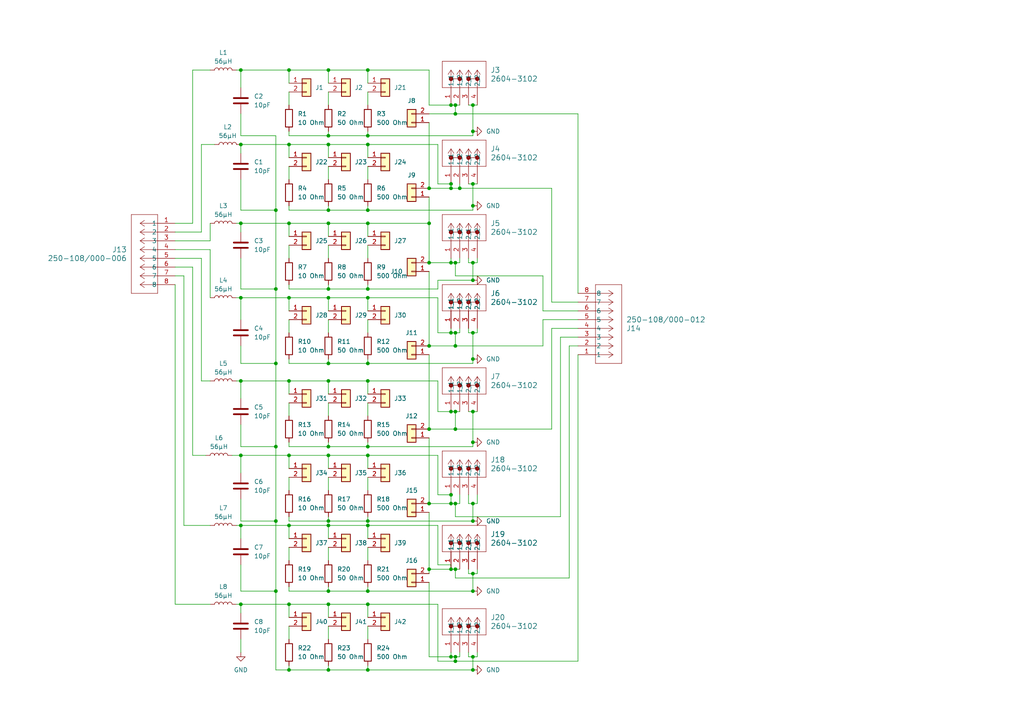
<source format=kicad_sch>
(kicad_sch (version 20250114) (generator "eeschema") (generator_version "9.0")
  (paper "A4")
  (junction (at 130.81 190.5))
  (junction (at 80.01 83.82))
  (junction (at 130.81 165.1))
  (junction (at 106.68 60.96))
  (junction (at 95.25 64.77))
  (junction (at 106.68 105.41))
  (junction (at 69.85 110.49))
  (junction (at 80.01 171.45))
  (junction (at 83.82 20.32))
  (junction (at 69.85 41.91))
  (junction (at 83.82 152.4))
  (junction (at 95.25 60.96))
  (junction (at 69.85 86.36))
  (junction (at 106.68 129.54))
  (junction (at 95.25 41.91))
  (junction (at 106.68 39.37))
  (junction (at 124.46 146.05))
  (junction (at 132.08 96.52))
  (junction (at 137.16 81.28))
  (junction (at 95.25 194.31))
  (junction (at 95.25 105.41))
  (junction (at 69.85 64.77))
  (junction (at 95.25 86.36))
  (junction (at 106.68 175.26))
  (junction (at 132.08 191.77))
  (junction (at 124.46 165.1))
  (junction (at 137.16 190.5))
  (junction (at 95.25 152.4))
  (junction (at 137.16 104.14))
  (junction (at 137.16 119.38))
  (junction (at 130.81 146.05))
  (junction (at 130.81 96.52))
  (junction (at 95.25 151.13))
  (junction (at 137.16 171.45))
  (junction (at 95.25 83.82))
  (junction (at 137.16 194.31))
  (junction (at 137.16 38.1))
  (junction (at 69.85 20.32))
  (junction (at 106.68 41.91))
  (junction (at 80.01 151.13))
  (junction (at 106.68 64.77))
  (junction (at 95.25 39.37))
  (junction (at 95.25 132.08))
  (junction (at 106.68 86.36))
  (junction (at 83.82 86.36))
  (junction (at 95.25 129.54))
  (junction (at 132.08 124.46))
  (junction (at 130.81 119.38))
  (junction (at 83.82 110.49))
  (junction (at 69.85 132.08))
  (junction (at 124.46 76.2))
  (junction (at 95.25 171.45))
  (junction (at 130.81 143.51))
  (junction (at 124.46 64.77))
  (junction (at 132.08 30.48))
  (junction (at 132.08 165.1))
  (junction (at 130.81 30.48))
  (junction (at 137.16 128.27))
  (junction (at 132.08 119.38))
  (junction (at 106.68 110.49))
  (junction (at 137.16 166.37))
  (junction (at 106.68 171.45))
  (junction (at 80.01 129.54))
  (junction (at 130.81 76.2))
  (junction (at 130.81 54.61))
  (junction (at 106.68 20.32))
  (junction (at 132.08 100.33))
  (junction (at 137.16 30.48))
  (junction (at 137.16 96.52))
  (junction (at 80.01 105.41))
  (junction (at 132.08 33.02))
  (junction (at 83.82 132.08))
  (junction (at 83.82 64.77))
  (junction (at 132.08 190.5))
  (junction (at 106.68 151.13))
  (junction (at 95.25 20.32))
  (junction (at 95.25 175.26))
  (junction (at 124.46 100.33))
  (junction (at 132.08 76.2))
  (junction (at 132.08 146.05))
  (junction (at 106.68 83.82))
  (junction (at 95.25 110.49))
  (junction (at 130.81 53.34))
  (junction (at 69.85 152.4))
  (junction (at 124.46 124.46))
  (junction (at 83.82 175.26))
  (junction (at 137.16 146.05))
  (junction (at 83.82 194.31))
  (junction (at 80.01 60.96))
  (junction (at 106.68 152.4))
  (junction (at 124.46 54.61))
  (junction (at 137.16 53.34))
  (junction (at 137.16 76.2))
  (junction (at 69.85 175.26))
  (junction (at 137.16 151.13))
  (junction (at 83.82 41.91))
  (junction (at 133.35 54.61))
  (junction (at 106.68 194.31))
  (junction (at 106.68 132.08))
  (junction (at 137.16 59.69))
  (wire (pts (xy 106.68 92.71) (xy 106.68 96.52)))
  (wire (pts (xy 60.96 72.39) (xy 60.96 86.36)))
  (wire (pts (xy 95.25 110.49) (xy 95.25 114.3)))
  (wire (pts (xy 157.48 80.01) (xy 157.48 90.17)))
  (wire (pts (xy 137.16 104.14) (xy 137.16 96.52)))
  (wire (pts (xy 68.58 20.32) (xy 69.85 20.32)))
  (wire (pts (xy 83.82 138.43) (xy 83.82 142.24)))
  (wire (pts (xy 106.68 60.96) (xy 137.16 60.96)))
  (wire (pts (xy 127 175.26) (xy 127 191.77)))
  (wire (pts (xy 95.25 60.96) (xy 106.68 60.96)))
  (wire (pts (xy 95.25 152.4) (xy 95.25 156.21)))
  (wire (pts (xy 83.82 158.75) (xy 83.82 162.56)))
  (wire (pts (xy 80.01 129.54) (xy 80.01 151.13)))
  (wire (pts (xy 130.81 76.2) (xy 132.08 76.2)))
  (wire (pts (xy 132.08 96.52) (xy 133.35 96.52)))
  (wire (pts (xy 83.82 60.96) (xy 95.25 60.96)))
  (wire (pts (xy 157.48 100.33) (xy 157.48 92.71)))
  (wire (pts (xy 138.43 166.37) (xy 137.16 166.37)))
  (wire (pts (xy 127 119.38) (xy 130.81 119.38)))
  (wire (pts (xy 137.16 59.69) (xy 137.16 60.96)))
  (wire (pts (xy 130.81 190.5) (xy 130.81 189.23)))
  (wire (pts (xy 53.34 152.4) (xy 60.96 152.4)))
  (wire (pts (xy 135.89 189.23) (xy 135.89 190.5)))
  (wire (pts (xy 83.82 92.71) (xy 83.82 96.52)))
  (wire (pts (xy 69.85 171.45) (xy 69.85 163.83)))
  (wire (pts (xy 50.8 80.01) (xy 53.34 80.01)))
  (wire (pts (xy 130.81 96.52) (xy 132.08 96.52)))
  (wire (pts (xy 68.58 86.36) (xy 69.85 86.36)))
  (wire (pts (xy 106.68 129.54) (xy 137.16 129.54)))
  (wire (pts (xy 162.56 149.86) (xy 162.56 97.79)))
  (wire (pts (xy 130.81 163.83) (xy 130.81 165.1)))
  (wire (pts (xy 127 132.08) (xy 127 143.51)))
  (wire (pts (xy 83.82 64.77) (xy 95.25 64.77)))
  (wire (pts (xy 124.46 35.56) (xy 124.46 54.61)))
  (wire (pts (xy 137.16 128.27) (xy 137.16 129.54)))
  (wire (pts (xy 157.48 90.17) (xy 167.64 90.17)))
  (wire (pts (xy 132.08 165.1) (xy 133.35 165.1)))
  (wire (pts (xy 80.01 151.13) (xy 80.01 171.45)))
  (wire (pts (xy 137.16 119.38) (xy 137.16 128.27)))
  (wire (pts (xy 58.42 74.93) (xy 58.42 110.49)))
  (wire (pts (xy 132.08 165.1) (xy 132.08 167.64)))
  (wire (pts (xy 138.43 30.48) (xy 137.16 30.48)))
  (wire (pts (xy 130.81 30.48) (xy 132.08 30.48)))
  (wire (pts (xy 137.16 53.34) (xy 137.16 59.69)))
  (wire (pts (xy 58.42 110.49) (xy 60.96 110.49)))
  (wire (pts (xy 95.25 20.32) (xy 95.25 24.13)))
  (wire (pts (xy 124.46 165.1) (xy 130.81 165.1)))
  (wire (pts (xy 95.25 171.45) (xy 106.68 171.45)))
  (wire (pts (xy 83.82 152.4) (xy 83.82 156.21)))
  (wire (pts (xy 132.08 119.38) (xy 133.35 119.38)))
  (wire (pts (xy 132.08 191.77) (xy 167.64 191.77)))
  (wire (pts (xy 83.82 175.26) (xy 83.82 179.07)))
  (wire (pts (xy 124.46 76.2) (xy 130.81 76.2)))
  (wire (pts (xy 106.68 110.49) (xy 127 110.49)))
  (wire (pts (xy 132.08 191.77) (xy 132.08 190.5)))
  (wire (pts (xy 124.46 33.02) (xy 132.08 33.02)))
  (wire (pts (xy 95.25 104.14) (xy 95.25 105.41)))
  (wire (pts (xy 95.25 128.27) (xy 95.25 129.54)))
  (wire (pts (xy 69.85 83.82) (xy 80.01 83.82)))
  (wire (pts (xy 69.85 110.49) (xy 83.82 110.49)))
  (wire (pts (xy 83.82 104.14) (xy 83.82 105.41)))
  (wire (pts (xy 58.42 67.31) (xy 50.8 67.31)))
  (wire (pts (xy 69.85 171.45) (xy 80.01 171.45)))
  (wire (pts (xy 69.85 105.41) (xy 80.01 105.41)))
  (wire (pts (xy 69.85 20.32) (xy 83.82 20.32)))
  (wire (pts (xy 69.85 151.13) (xy 69.85 144.78)))
  (wire (pts (xy 83.82 152.4) (xy 95.25 152.4)))
  (wire (pts (xy 130.81 146.05) (xy 130.81 143.51)))
  (wire (pts (xy 83.82 110.49) (xy 95.25 110.49)))
  (wire (pts (xy 138.43 96.52) (xy 137.16 96.52)))
  (wire (pts (xy 83.82 38.1) (xy 83.82 39.37)))
  (wire (pts (xy 157.48 92.71) (xy 167.64 92.71)))
  (wire (pts (xy 69.85 175.26) (xy 83.82 175.26)))
  (wire (pts (xy 165.1 100.33) (xy 167.64 100.33)))
  (wire (pts (xy 95.25 152.4) (xy 106.68 152.4)))
  (wire (pts (xy 67.31 132.08) (xy 69.85 132.08)))
  (wire (pts (xy 80.01 60.96) (xy 80.01 83.82)))
  (wire (pts (xy 95.25 105.41) (xy 106.68 105.41)))
  (wire (pts (xy 127 96.52) (xy 130.81 96.52)))
  (wire (pts (xy 106.68 152.4) (xy 127 152.4)))
  (wire (pts (xy 83.82 39.37) (xy 95.25 39.37)))
  (wire (pts (xy 95.25 194.31) (xy 106.68 194.31)))
  (wire (pts (xy 106.68 128.27) (xy 106.68 129.54)))
  (wire (pts (xy 137.16 190.5) (xy 135.89 190.5)))
  (wire (pts (xy 132.08 190.5) (xy 133.35 190.5)))
  (wire (pts (xy 95.25 158.75) (xy 95.25 162.56)))
  (wire (pts (xy 106.68 86.36) (xy 106.68 90.17)))
  (wire (pts (xy 95.25 86.36) (xy 106.68 86.36)))
  (wire (pts (xy 137.16 194.31) (xy 137.16 190.5)))
  (wire (pts (xy 95.25 110.49) (xy 106.68 110.49)))
  (wire (pts (xy 106.68 138.43) (xy 106.68 142.24)))
  (wire (pts (xy 106.68 116.84) (xy 106.68 120.65)))
  (wire (pts (xy 106.68 20.32) (xy 106.68 24.13)))
  (wire (pts (xy 69.85 41.91) (xy 83.82 41.91)))
  (wire (pts (xy 106.68 171.45) (xy 137.16 171.45)))
  (wire (pts (xy 137.16 105.41) (xy 137.16 104.14)))
  (wire (pts (xy 50.8 74.93) (xy 58.42 74.93)))
  (wire (pts (xy 83.82 170.18) (xy 83.82 171.45)))
  (wire (pts (xy 95.25 59.69) (xy 95.25 60.96)))
  (wire (pts (xy 135.89 76.2) (xy 135.89 74.93)))
  (wire (pts (xy 69.85 110.49) (xy 69.85 115.57)))
  (wire (pts (xy 162.56 97.79) (xy 167.64 97.79)))
  (wire (pts (xy 95.25 138.43) (xy 95.25 142.24)))
  (wire (pts (xy 137.16 166.37) (xy 137.16 171.45)))
  (wire (pts (xy 83.82 86.36) (xy 83.82 90.17)))
  (wire (pts (xy 69.85 105.41) (xy 69.85 100.33)))
  (wire (pts (xy 132.08 119.38) (xy 132.08 124.46)))
  (wire (pts (xy 83.82 132.08) (xy 95.25 132.08)))
  (wire (pts (xy 160.02 54.61) (xy 160.02 87.63)))
  (wire (pts (xy 50.8 72.39) (xy 60.96 72.39)))
  (wire (pts (xy 106.68 59.69) (xy 106.68 60.96)))
  (wire (pts (xy 69.85 20.32) (xy 69.85 25.4)))
  (wire (pts (xy 83.82 181.61) (xy 83.82 185.42)))
  (wire (pts (xy 95.25 132.08) (xy 106.68 132.08)))
  (wire (pts (xy 83.82 26.67) (xy 83.82 30.48)))
  (wire (pts (xy 83.82 194.31) (xy 95.25 194.31)))
  (wire (pts (xy 83.82 48.26) (xy 83.82 52.07)))
  (wire (pts (xy 106.68 152.4) (xy 106.68 156.21)))
  (wire (pts (xy 124.46 20.32) (xy 124.46 30.48)))
  (wire (pts (xy 124.46 146.05) (xy 130.81 146.05)))
  (wire (pts (xy 95.25 20.32) (xy 106.68 20.32)))
  (wire (pts (xy 95.25 64.77) (xy 106.68 64.77)))
  (wire (pts (xy 138.43 165.1) (xy 138.43 166.37)))
  (wire (pts (xy 106.68 170.18) (xy 106.68 171.45)))
  (wire (pts (xy 132.08 80.01) (xy 157.48 80.01)))
  (wire (pts (xy 106.68 132.08) (xy 127 132.08)))
  (wire (pts (xy 137.16 38.1) (xy 137.16 39.37)))
  (wire (pts (xy 127 143.51) (xy 130.81 143.51)))
  (wire (pts (xy 135.89 165.1) (xy 135.89 166.37)))
  (wire (pts (xy 95.25 86.36) (xy 95.25 90.17)))
  (wire (pts (xy 106.68 41.91) (xy 106.68 45.72)))
  (wire (pts (xy 138.43 95.25) (xy 138.43 96.52)))
  (wire (pts (xy 133.35 74.93) (xy 133.35 76.2)))
  (wire (pts (xy 132.08 149.86) (xy 162.56 149.86)))
  (wire (pts (xy 68.58 110.49) (xy 69.85 110.49)))
  (wire (pts (xy 83.82 20.32) (xy 95.25 20.32)))
  (wire (pts (xy 137.16 146.05) (xy 135.89 146.05)))
  (wire (pts (xy 95.25 38.1) (xy 95.25 39.37)))
  (wire (pts (xy 137.16 119.38) (xy 135.89 119.38)))
  (wire (pts (xy 127 152.4) (xy 127 163.83)))
  (wire (pts (xy 106.68 64.77) (xy 124.46 64.77)))
  (wire (pts (xy 124.46 78.74) (xy 124.46 100.33)))
  (wire (pts (xy 133.35 189.23) (xy 133.35 190.5)))
  (wire (pts (xy 106.68 105.41) (xy 137.16 105.41)))
  (wire (pts (xy 127 163.83) (xy 130.81 163.83)))
  (wire (pts (xy 83.82 171.45) (xy 95.25 171.45)))
  (wire (pts (xy 106.68 181.61) (xy 106.68 185.42)))
  (wire (pts (xy 132.08 76.2) (xy 133.35 76.2)))
  (wire (pts (xy 69.85 41.91) (xy 69.85 44.45)))
  (wire (pts (xy 138.43 143.51) (xy 138.43 146.05)))
  (wire (pts (xy 83.82 41.91) (xy 95.25 41.91)))
  (wire (pts (xy 95.25 64.77) (xy 95.25 68.58)))
  (wire (pts (xy 106.68 71.12) (xy 106.68 74.93)))
  (wire (pts (xy 69.85 175.26) (xy 69.85 177.8)))
  (wire (pts (xy 95.25 26.67) (xy 95.25 30.48)))
  (wire (pts (xy 130.81 119.38) (xy 132.08 119.38)))
  (wire (pts (xy 95.25 193.04) (xy 95.25 194.31)))
  (wire (pts (xy 69.85 60.96) (xy 69.85 52.07)))
  (wire (pts (xy 58.42 41.91) (xy 58.42 67.31)))
  (wire (pts (xy 50.8 82.55) (xy 50.8 175.26)))
  (wire (pts (xy 106.68 110.49) (xy 106.68 114.3)))
  (wire (pts (xy 83.82 86.36) (xy 95.25 86.36)))
  (wire (pts (xy 50.8 175.26) (xy 60.96 175.26)))
  (wire (pts (xy 132.08 146.05) (xy 132.08 149.86)))
  (wire (pts (xy 95.25 83.82) (xy 106.68 83.82)))
  (wire (pts (xy 165.1 167.64) (xy 165.1 100.33)))
  (wire (pts (xy 106.68 104.14) (xy 106.68 105.41)))
  (wire (pts (xy 95.25 39.37) (xy 106.68 39.37)))
  (wire (pts (xy 83.82 193.04) (xy 83.82 194.31)))
  (wire (pts (xy 83.82 151.13) (xy 95.25 151.13)))
  (wire (pts (xy 132.08 146.05) (xy 133.35 146.05)))
  (wire (pts (xy 132.08 96.52) (xy 132.08 100.33)))
  (wire (pts (xy 69.85 83.82) (xy 69.85 74.93)))
  (wire (pts (xy 80.01 194.31) (xy 83.82 194.31)))
  (wire (pts (xy 106.68 83.82) (xy 127 83.82)))
  (wire (pts (xy 83.82 64.77) (xy 83.82 68.58)))
  (wire (pts (xy 137.16 146.05) (xy 137.16 151.13)))
  (wire (pts (xy 160.02 124.46) (xy 160.02 95.25)))
  (wire (pts (xy 83.82 149.86) (xy 83.82 151.13)))
  (wire (pts (xy 127 81.28) (xy 137.16 81.28)))
  (wire (pts (xy 55.88 132.08) (xy 59.69 132.08)))
  (wire (pts (xy 106.68 26.67) (xy 106.68 30.48)))
  (wire (pts (xy 124.46 30.48) (xy 130.81 30.48)))
  (wire (pts (xy 124.46 124.46) (xy 132.08 124.46)))
  (wire (pts (xy 106.68 194.31) (xy 137.16 194.31)))
  (wire (pts (xy 69.85 123.19) (xy 69.85 129.54)))
  (wire (pts (xy 106.68 86.36) (xy 127 86.36)))
  (wire (pts (xy 80.01 39.37) (xy 80.01 60.96)))
  (wire (pts (xy 60.96 69.85) (xy 50.8 69.85)))
  (wire (pts (xy 106.68 175.26) (xy 127 175.26)))
  (wire (pts (xy 106.68 20.32) (xy 124.46 20.32)))
  (wire (pts (xy 106.68 151.13) (xy 137.16 151.13)))
  (wire (pts (xy 132.08 100.33) (xy 157.48 100.33)))
  (wire (pts (xy 137.16 146.05) (xy 138.43 146.05)))
  (wire (pts (xy 132.08 165.1) (xy 130.81 165.1)))
  (wire (pts (xy 106.68 41.91) (xy 127 41.91)))
  (wire (pts (xy 95.25 129.54) (xy 106.68 129.54)))
  (wire (pts (xy 83.82 116.84) (xy 83.82 120.65)))
  (wire (pts (xy 133.35 143.51) (xy 133.35 146.05)))
  (wire (pts (xy 106.68 64.77) (xy 106.68 68.58)))
  (wire (pts (xy 69.85 39.37) (xy 80.01 39.37)))
  (wire (pts (xy 83.82 59.69) (xy 83.82 60.96)))
  (wire (pts (xy 130.81 95.25) (xy 130.81 96.52)))
  (wire (pts (xy 83.82 132.08) (xy 83.82 135.89)))
  (wire (pts (xy 83.82 129.54) (xy 95.25 129.54)))
  (wire (pts (xy 69.85 151.13) (xy 80.01 151.13)))
  (wire (pts (xy 68.58 175.26) (xy 69.85 175.26)))
  (wire (pts (xy 130.81 54.61) (xy 133.35 54.61)))
  (wire (pts (xy 83.82 71.12) (xy 83.82 74.93)))
  (wire (pts (xy 60.96 64.77) (xy 60.96 69.85)))
  (wire (pts (xy 132.08 167.64) (xy 165.1 167.64)))
  (wire (pts (xy 106.68 175.26) (xy 106.68 179.07)))
  (wire (pts (xy 95.25 82.55) (xy 95.25 83.82)))
  (wire (pts (xy 50.8 77.47) (xy 55.88 77.47)))
  (wire (pts (xy 80.01 83.82) (xy 80.01 105.41)))
  (wire (pts (xy 137.16 81.28) (xy 137.16 76.2)))
  (wire (pts (xy 69.85 64.77) (xy 83.82 64.77)))
  (wire (pts (xy 68.58 152.4) (xy 69.85 152.4)))
  (wire (pts (xy 127 191.77) (xy 132.08 191.77)))
  (wire (pts (xy 130.81 74.93) (xy 130.81 76.2)))
  (wire (pts (xy 132.08 33.02) (xy 167.64 33.02)))
  (wire (pts (xy 106.68 39.37) (xy 137.16 39.37)))
  (wire (pts (xy 124.46 54.61) (xy 130.81 54.61)))
  (wire (pts (xy 95.25 170.18) (xy 95.25 171.45)))
  (wire (pts (xy 95.25 181.61) (xy 95.25 185.42)))
  (wire (pts (xy 95.25 132.08) (xy 95.25 135.89)))
  (wire (pts (xy 133.35 53.34) (xy 133.35 54.61)))
  (wire (pts (xy 137.16 30.48) (xy 137.16 38.1)))
  (wire (pts (xy 133.35 54.61) (xy 160.02 54.61)))
  (wire (pts (xy 124.46 57.15) (xy 124.46 64.77)))
  (wire (pts (xy 137.16 166.37) (xy 135.89 166.37)))
  (wire (pts (xy 132.08 190.5) (xy 130.81 190.5)))
  (wire (pts (xy 138.43 189.23) (xy 138.43 190.5)))
  (wire (pts (xy 83.82 175.26) (xy 95.25 175.26)))
  (wire (pts (xy 69.85 152.4) (xy 69.85 156.21)))
  (wire (pts (xy 58.42 41.91) (xy 62.23 41.91)))
  (wire (pts (xy 124.46 168.91) (xy 124.46 190.5)))
  (wire (pts (xy 127 53.34) (xy 130.81 53.34)))
  (wire (pts (xy 83.82 105.41) (xy 95.25 105.41)))
  (wire (pts (xy 132.08 76.2) (xy 132.08 80.01)))
  (wire (pts (xy 69.85 152.4) (xy 83.82 152.4)))
  (wire (pts (xy 124.46 148.59) (xy 124.46 165.1)))
  (wire (pts (xy 69.85 189.23) (xy 69.85 185.42)))
  (wire (pts (xy 69.85 86.36) (xy 83.82 86.36)))
  (wire (pts (xy 106.68 48.26) (xy 106.68 52.07)))
  (wire (pts (xy 138.43 74.93) (xy 138.43 76.2)))
  (wire (pts (xy 95.25 92.71) (xy 95.25 96.52)))
  (wire (pts (xy 137.16 76.2) (xy 138.43 76.2)))
  (wire (pts (xy 80.01 171.45) (xy 80.01 194.31)))
  (wire (pts (xy 95.25 116.84) (xy 95.25 120.65)))
  (wire (pts (xy 127 83.82) (xy 127 81.28)))
  (wire (pts (xy 95.25 41.91) (xy 106.68 41.91)))
  (wire (pts (xy 95.25 71.12) (xy 95.25 74.93)))
  (wire (pts (xy 80.01 105.41) (xy 80.01 129.54)))
  (wire (pts (xy 133.35 30.48) (xy 132.08 30.48)))
  (wire (pts (xy 55.88 64.77) (xy 55.88 20.32)))
  (wire (pts (xy 167.64 33.02) (xy 167.64 85.09)))
  (wire (pts (xy 55.88 77.47) (xy 55.88 132.08)))
  (wire (pts (xy 69.85 60.96) (xy 80.01 60.96)))
  (wire (pts (xy 69.85 39.37) (xy 69.85 33.02)))
  (wire (pts (xy 135.89 96.52) (xy 135.89 95.25)))
  (wire (pts (xy 55.88 20.32) (xy 60.96 20.32)))
  (wire (pts (xy 137.16 119.38) (xy 138.43 119.38)))
  (wire (pts (xy 137.16 53.34) (xy 138.43 53.34)))
  (wire (pts (xy 127 41.91) (xy 127 53.34)))
  (wire (pts (xy 69.85 64.77) (xy 69.85 67.31)))
  (wire (pts (xy 106.68 82.55) (xy 106.68 83.82)))
  (wire (pts (xy 130.81 146.05) (xy 132.08 146.05)))
  (wire (pts (xy 124.46 165.1) (xy 124.46 166.37)))
  (wire (pts (xy 83.82 41.91) (xy 83.82 45.72)))
  (wire (pts (xy 95.25 149.86) (xy 95.25 151.13)))
  (wire (pts (xy 106.68 193.04) (xy 106.68 194.31)))
  (wire (pts (xy 127 86.36) (xy 127 96.52)))
  (wire (pts (xy 137.16 76.2) (xy 135.89 76.2)))
  (wire (pts (xy 106.68 132.08) (xy 106.68 135.89)))
  (wire (pts (xy 130.81 54.61) (xy 130.81 53.34)))
  (wire (pts (xy 83.82 110.49) (xy 83.82 114.3)))
  (wire (pts (xy 106.68 38.1) (xy 106.68 39.37)))
  (wire (pts (xy 95.25 175.26) (xy 106.68 175.26)))
  (wire (pts (xy 124.46 127) (xy 124.46 146.05)))
  (wire (pts (xy 124.46 190.5) (xy 130.81 190.5)))
  (wire (pts (xy 127 110.49) (xy 127 119.38)))
  (wire (pts (xy 124.46 100.33) (xy 132.08 100.33)))
  (wire (pts (xy 68.58 64.77) (xy 69.85 64.77)))
  (wire (pts (xy 95.25 151.13) (xy 106.68 151.13)))
  (wire (pts (xy 137.16 30.48) (xy 135.89 30.48)))
  (wire (pts (xy 95.25 175.26) (xy 95.25 179.07)))
  (wire (pts (xy 160.02 95.25) (xy 167.64 95.25)))
  (wire (pts (xy 135.89 53.34) (xy 137.16 53.34)))
  (wire (pts (xy 133.35 95.25) (xy 133.35 96.52)))
  (wire (pts (xy 124.46 64.77) (xy 124.46 76.2)))
  (wire (pts (xy 135.89 143.51) (xy 135.89 146.05)))
  (wire (pts (xy 83.82 20.32) (xy 83.82 24.13)))
  (wire (pts (xy 83.82 83.82) (xy 95.25 83.82)))
  (wire (pts (xy 106.68 149.86) (xy 106.68 151.13)))
  (wire (pts (xy 95.25 41.91) (xy 95.25 45.72)))
  (wire (pts (xy 160.02 87.63) (xy 167.64 87.63)))
  (wire (pts (xy 53.34 80.01) (xy 53.34 152.4)))
  (wire (pts (xy 167.64 191.77) (xy 167.64 102.87)))
  (wire (pts (xy 69.85 86.36) (xy 69.85 92.71)))
  (wire (pts (xy 50.8 64.77) (xy 55.88 64.77)))
  (wire (pts (xy 137.16 96.52) (xy 135.89 96.52)))
  (wire (pts (xy 69.85 132.08) (xy 83.82 132.08)))
  (wire (pts (xy 124.46 102.87) (xy 124.46 124.46)))
  (wire (pts (xy 69.85 132.08) (xy 69.85 137.16)))
  (wire (pts (xy 95.25 48.26) (xy 95.25 52.07)))
  (wire (pts (xy 132.08 30.48) (xy 132.08 33.02)))
  (wire (pts (xy 106.68 158.75) (xy 106.68 162.56)))
  (wire (pts (xy 132.08 124.46) (xy 160.02 124.46)))
  (wire (pts (xy 137.16 190.5) (xy 138.43 190.5)))
  (wire (pts (xy 80.01 129.54) (xy 69.85 129.54)))
  (wire (pts (xy 83.82 82.55) (xy 83.82 83.82)))
  (wire (pts (xy 83.82 128.27) (xy 83.82 129.54)))
  (symbol (lib_id "Device:R") (at 106.68 189.23 0) (unit 1)
    (property "Reference" "R24" (at 109.22 187.9599 0) (effects (justify left)))
    (property "Value" "500 Ohm" (at 109.22 190.4999 0) (effects (justify left)))
    (property "Footprint" "Resistor_THT:R_Axial_DIN0309_L9.0mm_D3.2mm_P5.08mm_Vertical" (effects (hide yes)))
    (property "Description" "Resistor" (effects (hide yes)))
  )
  (symbol (lib_id "power:GND") (at 137.16 128.27 90) (unit 1)
    (property "Reference" "#PWR06" (effects (hide yes)))
    (property "Value" "GND" (at 140.97 128.2699 90) (effects (justify right)))
    (property "Description" "Power symbol creates a global label with name \"GND\" , ground" (effects (hide yes)))
  )
  (symbol (lib_id "Device:R") (at 106.68 146.05 0) (unit 1)
    (property "Reference" "R18" (at 109.22 144.7799 0) (effects (justify left)))
    (property "Value" "500 Ohm" (at 109.22 147.3199 0) (effects (justify left)))
    (property "Footprint" "Resistor_THT:R_Axial_DIN0309_L9.0mm_D3.2mm_P5.08mm_Vertical" (effects (hide yes)))
    (property "Description" "Resistor" (effects (hide yes)))
  )
  (symbol (lib_id "Connector_Generic:Conn_01x02") (at 88.9 179.07 0) (unit 1)
    (property "Reference" "J40" (at 91.44 180.3399 0) (effects (justify left)))
    (property "Value" "Conn_01x02" (effects (hide yes)))
    (property "Footprint" "Connector_PinHeader_2.54mm:PinHeader_1x02_P2.54mm_Vertical" (effects (hide yes)))
    (property "Description" "Generic connector, single row, 01x02, script generated (kicad-library-utils/schlib/autogen/connector/)" (effects (hide yes)))
  )
  (symbol (lib_id "Connector_Generic:Conn_01x02") (at 119.38 57.15 180) (unit 1)
    (property "Reference" "J9" (at 119.38 50.8 0))
    (property "Value" "Conn_01x02" (effects (hide yes)))
    (property "Footprint" "Connector_PinHeader_2.54mm:PinHeader_1x02_P2.54mm_Vertical" (effects (hide yes)))
    (property "Description" "Generic connector, single row, 01x02, script generated (kicad-library-utils/schlib/autogen/connector/)" (effects (hide yes)))
  )
  (symbol (lib_id "Device:R") (at 106.68 100.33 0) (unit 1)
    (property "Reference" "R12" (at 109.22 99.0599 0) (effects (justify left)))
    (property "Value" "500 Ohm" (at 109.22 101.5999 0) (effects (justify left)))
    (property "Footprint" "Resistor_THT:R_Axial_DIN0309_L9.0mm_D3.2mm_P5.08mm_Vertical" (effects (hide yes)))
    (property "Description" "Resistor" (effects (hide yes)))
  )
  (symbol (lib_id "Connector_Generic:Conn_01x02") (at 88.9 24.13 0) (unit 1)
    (property "Reference" "J1" (at 91.44 25.3999 0) (effects (justify left)))
    (property "Value" "Conn_01x02" (effects (hide yes)))
    (property "Footprint" "Connector_PinHeader_2.54mm:PinHeader_1x02_P2.54mm_Vertical" (effects (hide yes)))
    (property "Description" "Generic connector, single row, 01x02, script generated (kicad-library-utils/schlib/autogen/connector/)" (effects (hide yes)))
  )
  (symbol (lib_id "Device:R") (at 95.25 189.23 0) (unit 1)
    (property "Reference" "R23" (at 97.79 187.9599 0) (effects (justify left)))
    (property "Value" "50 Ohm" (at 97.79 190.4999 0) (effects (justify left)))
    (property "Footprint" "Resistor_THT:R_Axial_Power_L20.0mm_W6.4mm_P25.40mm" (effects (hide yes)))
    (property "Description" "Resistor" (effects (hide yes)))
  )
  (symbol (lib_id "Device:R") (at 83.82 78.74 0) (unit 1)
    (property "Reference" "R7" (at 86.36 77.4699 0) (effects (justify left)))
    (property "Value" "10 Ohm" (at 86.36 80.0099 0) (effects (justify left)))
    (property "Footprint" "Resistor_THT:R_Axial_Power_L38.0mm_W9.0mm_P40.64mm" (effects (hide yes)))
    (property "Description" "Resistor" (effects (hide yes)))
  )
  (symbol (lib_id "power:GND") (at 137.16 171.45 90) (unit 1)
    (property "Reference" "#PWR08" (effects (hide yes)))
    (property "Value" "GND" (at 140.97 171.4499 90) (effects (justify right)))
    (property "Description" "Power symbol creates a global label with name \"GND\" , ground" (effects (hide yes)))
  )
  (symbol (lib_id "Connector_Generic:Conn_01x02") (at 100.33 90.17 0) (unit 1)
    (property "Reference" "J29" (at 102.87 91.4399 0) (effects (justify left)))
    (property "Value" "Conn_01x02" (effects (hide yes)))
    (property "Footprint" "Connector_PinHeader_2.54mm:PinHeader_1x02_P2.54mm_Vertical" (effects (hide yes)))
    (property "Description" "Generic connector, single row, 01x02, script generated (kicad-library-utils/schlib/autogen/connector/)" (effects (hide yes)))
  )
  (symbol (lib_id "Device:R") (at 106.68 34.29 0) (unit 1)
    (property "Reference" "R3" (at 109.22 33.0199 0) (effects (justify left)))
    (property "Value" "500 Ohm" (at 109.22 35.5599 0) (effects (justify left)))
    (property "Footprint" "Resistor_THT:R_Axial_DIN0309_L9.0mm_D3.2mm_P5.08mm_Vertical" (effects (hide yes)))
    (property "Description" "Resistor" (effects (hide yes)))
  )
  (symbol (lib_id "Device:L") (at 64.77 110.49 90) (unit 1)
    (property "Reference" "L5" (at 64.77 105.41 90))
    (property "Value" "56μH" (at 64.77 107.95 90))
    (property "Footprint" "Inductor_SMD:L_0805_2012Metric" (effects (hide yes)))
    (property "Description" "Inductor" (effects (hide yes)))
  )
  (symbol (lib_id "Connector_Generic:Conn_01x02") (at 88.9 114.3 0) (unit 1)
    (property "Reference" "J31" (at 91.44 115.5699 0) (effects (justify left)))
    (property "Value" "Conn_01x02" (effects (hide yes)))
    (property "Footprint" "Connector_PinHeader_2.54mm:PinHeader_1x02_P2.54mm_Vertical" (effects (hide yes)))
    (property "Description" "Generic connector, single row, 01x02, script generated (kicad-library-utils/schlib/autogen/connector/)" (effects (hide yes)))
  )
  (symbol (lib_id "Connector_Generic:Conn_01x02") (at 100.33 45.72 0) (unit 1)
    (property "Reference" "J23" (at 102.87 46.9899 0) (effects (justify left)))
    (property "Value" "Conn_01x02" (effects (hide yes)))
    (property "Footprint" "Connector_PinHeader_2.54mm:PinHeader_1x02_P2.54mm_Vertical" (effects (hide yes)))
    (property "Description" "Generic connector, single row, 01x02, script generated (kicad-library-utils/schlib/autogen/connector/)" (effects (hide yes)))
  )
  (symbol (lib_id "Connector_Generic:Conn_01x02") (at 88.9 135.89 0) (unit 1)
    (property "Reference" "J34" (at 91.44 137.1599 0) (effects (justify left)))
    (property "Value" "Conn_01x02" (effects (hide yes)))
    (property "Footprint" "Connector_PinHeader_2.54mm:PinHeader_1x02_P2.54mm_Vertical" (effects (hide yes)))
    (property "Description" "Generic connector, single row, 01x02, script generated (kicad-library-utils/schlib/autogen/connector/)" (effects (hide yes)))
  )
  (symbol (lib_id "Connector_Generic:Conn_01x02") (at 88.9 156.21 0) (unit 1)
    (property "Reference" "J37" (at 91.44 157.4799 0) (effects (justify left)))
    (property "Value" "Conn_01x02" (effects (hide yes)))
    (property "Footprint" "Connector_PinHeader_2.54mm:PinHeader_1x02_P2.54mm_Vertical" (effects (hide yes)))
    (property "Description" "Generic connector, single row, 01x02, script generated (kicad-library-utils/schlib/autogen/connector/)" (effects (hide yes)))
  )
  (symbol (lib_id "Device:C") (at 69.85 160.02 0) (unit 1)
    (property "Reference" "C7" (at 73.66 158.7499 0) (effects (justify left)))
    (property "Value" "10pF" (at 73.66 161.2899 0) (effects (justify left)))
    (property "Footprint" "Capacitor_SMD:C_0805_2012Metric" (effects (hide yes)))
    (property "Description" "Unpolarized capacitor" (effects (hide yes)))
  )
  (symbol (lib_id "Device:R") (at 83.82 124.46 0) (unit 1)
    (property "Reference" "R13" (at 86.36 123.1899 0) (effects (justify left)))
    (property "Value" "10 Ohm" (at 86.36 125.7299 0) (effects (justify left)))
    (property "Footprint" "Resistor_THT:R_Axial_Power_L38.0mm_W9.0mm_P40.64mm" (effects (hide yes)))
    (property "Description" "Resistor" (effects (hide yes)))
  )
  (symbol (lib_id "Connector_Generic:Conn_01x02") (at 100.33 114.3 0) (unit 1)
    (property "Reference" "J32" (at 102.87 115.5699 0) (effects (justify left)))
    (property "Value" "Conn_01x02" (effects (hide yes)))
    (property "Footprint" "Connector_PinHeader_2.54mm:PinHeader_1x02_P2.54mm_Vertical" (effects (hide yes)))
    (property "Description" "Generic connector, single row, 01x02, script generated (kicad-library-utils/schlib/autogen/connector/)" (effects (hide yes)))
  )
  (symbol (lib_id "Device:R") (at 83.82 146.05 0) (unit 1)
    (property "Reference" "R16" (at 86.36 144.7799 0) (effects (justify left)))
    (property "Value" "10 Ohm" (at 86.36 147.3199 0) (effects (justify left)))
    (property "Footprint" "Resistor_THT:R_Axial_Power_L38.0mm_W9.0mm_P40.64mm" (effects (hide yes)))
    (property "Description" "Resistor" (effects (hide yes)))
  )
  (symbol (lib_id "Connector_Generic:Conn_01x02") (at 100.33 68.58 0) (unit 1)
    (property "Reference" "J26" (at 102.87 69.8499 0) (effects (justify left)))
    (property "Value" "Conn_01x02" (effects (hide yes)))
    (property "Footprint" "Connector_PinHeader_2.54mm:PinHeader_1x02_P2.54mm_Vertical" (effects (hide yes)))
    (property "Description" "Generic connector, single row, 01x02, script generated (kicad-library-utils/schlib/autogen/connector/)" (effects (hide yes)))
  )
  (symbol (lib_id "Device:R") (at 95.25 34.29 0) (unit 1)
    (property "Reference" "R2" (at 97.79 33.0199 0) (effects (justify left)))
    (property "Value" "50 Ohm" (at 97.79 35.5599 0) (effects (justify left)))
    (property "Footprint" "Resistor_THT:R_Axial_Power_L20.0mm_W6.4mm_P25.40mm" (effects (hide yes)))
    (property "Description" "Resistor" (effects (hide yes)))
  )
  (symbol (lib_id "power:GND") (at 69.85 189.23 0) (unit 1)
    (property "Reference" "#PWR01" (effects (hide yes)))
    (property "Value" "GND" (at 69.85 194.31 0))
    (property "Description" "Power symbol creates a global label with name \"GND\" , ground" (effects (hide yes)))
  )
  (symbol (lib_id "Connector_Generic:Conn_01x02") (at 100.33 179.07 0) (unit 1)
    (property "Reference" "J41" (at 102.87 180.3399 0) (effects (justify left)))
    (property "Value" "Conn_01x02" (effects (hide yes)))
    (property "Footprint" "Connector_PinHeader_2.54mm:PinHeader_1x02_P2.54mm_Vertical" (effects (hide yes)))
    (property "Description" "Generic connector, single row, 01x02, script generated (kicad-library-utils/schlib/autogen/connector/)" (effects (hide yes)))
  )
  (symbol (lib_id "Connector_Generic:Conn_01x02") (at 88.9 90.17 0) (unit 1)
    (property "Reference" "J28" (at 91.44 91.4399 0) (effects (justify left)))
    (property "Value" "Conn_01x02" (effects (hide yes)))
    (property "Footprint" "Connector_PinHeader_2.54mm:PinHeader_1x02_P2.54mm_Vertical" (effects (hide yes)))
    (property "Description" "Generic connector, single row, 01x02, script generated (kicad-library-utils/schlib/autogen/connector/)" (effects (hide yes)))
  )
  (symbol (lib_id "power:GND") (at 137.16 81.28 90) (unit 1)
    (property "Reference" "#PWR04" (effects (hide yes)))
    (property "Value" "GND" (at 140.97 81.2799 90) (effects (justify right)))
    (property "Description" "Power symbol creates a global label with name \"GND\" , ground" (effects (hide yes)))
  )
  (symbol (lib_id "Device:R") (at 106.68 124.46 0) (unit 1)
    (property "Reference" "R15" (at 109.22 123.1899 0) (effects (justify left)))
    (property "Value" "500 Ohm" (at 109.22 125.7299 0) (effects (justify left)))
    (property "Footprint" "Resistor_THT:R_Axial_DIN0309_L9.0mm_D3.2mm_P5.08mm_Vertical" (effects (hide yes)))
    (property "Description" "Resistor" (effects (hide yes)))
  )
  (symbol (lib_id "CONN2:2604-3102") (at 130.81 189.23 90) (unit 1)
    (property "Reference" "J20" (at 142.24 179.0699 90) (effects (font (size 1.524 1.524)) (justify right)))
    (property "Value" "2604-3102" (at 142.24 181.6099 90) (effects (font (size 1.524 1.524)) (justify right)))
    (property "Footprint" "Wago - 2604-3302_2_pole_connector:CONN2_2604-3302_WAG" (effects (hide yes)))
    (property "Datasheet" "2604-3102" (effects (hide yes)))
  )
  (symbol (lib_id "Device:L") (at 64.77 20.32 90) (unit 1)
    (property "Reference" "L1" (at 64.77 15.24 90))
    (property "Value" "56μH" (at 64.77 17.78 90))
    (property "Footprint" "Inductor_SMD:L_0805_2012Metric" (effects (hide yes)))
    (property "Description" "Inductor" (effects (hide yes)))
  )
  (symbol (lib_id "Device:L") (at 64.77 86.36 90) (unit 1)
    (property "Reference" "L4" (at 64.77 81.28 90))
    (property "Value" "56μH" (at 64.77 83.82 90))
    (property "Footprint" "Inductor_SMD:L_0805_2012Metric" (effects (hide yes)))
    (property "Description" "Inductor" (effects (hide yes)))
  )
  (symbol (lib_id "power:GND") (at 137.16 194.31 90) (unit 1)
    (property "Reference" "#PWR09" (effects (hide yes)))
    (property "Value" "GND" (at 140.97 194.3099 90) (effects (justify right)))
    (property "Description" "Power symbol creates a global label with name \"GND\" , ground" (effects (hide yes)))
  )
  (symbol (lib_id "Device:C") (at 69.85 48.26 0) (unit 1)
    (property "Reference" "C1" (at 73.66 46.9899 0) (effects (justify left)))
    (property "Value" "10pF" (at 73.66 49.5299 0) (effects (justify left)))
    (property "Footprint" "Capacitor_SMD:C_0805_2012Metric" (effects (hide yes)))
    (property "Description" "Unpolarized capacitor" (effects (hide yes)))
  )
  (symbol (lib_id "Connector_Generic:Conn_01x02") (at 119.38 168.91 180) (unit 1)
    (property "Reference" "J16" (at 119.38 162.56 0))
    (property "Value" "Conn_01x02" (effects (hide yes)))
    (property "Footprint" "Connector_PinHeader_2.54mm:PinHeader_1x02_P2.54mm_Vertical" (effects (hide yes)))
    (property "Description" "Generic connector, single row, 01x02, script generated (kicad-library-utils/schlib/autogen/connector/)" (effects (hide yes)))
  )
  (symbol (lib_id "Connector_Generic:Conn_01x02") (at 119.38 102.87 180) (unit 1)
    (property "Reference" "J11" (at 119.38 96.52 0))
    (property "Value" "Conn_01x02" (effects (hide yes)))
    (property "Footprint" "Connector_PinHeader_2.54mm:PinHeader_1x02_P2.54mm_Vertical" (effects (hide yes)))
    (property "Description" "Generic connector, single row, 01x02, script generated (kicad-library-utils/schlib/autogen/connector/)" (effects (hide yes)))
  )
  (symbol (lib_id "Connector_Generic:Conn_01x02") (at 111.76 90.17 0) (unit 1)
    (property "Reference" "J30" (at 114.3 91.4399 0) (effects (justify left)))
    (property "Value" "Conn_01x02" (effects (hide yes)))
    (property "Footprint" "Connector_PinHeader_2.54mm:PinHeader_1x02_P2.54mm_Vertical" (effects (hide yes)))
    (property "Description" "Generic connector, single row, 01x02, script generated (kicad-library-utils/schlib/autogen/connector/)" (effects (hide yes)))
  )
  (symbol (lib_id "Device:C") (at 69.85 29.21 0) (unit 1)
    (property "Reference" "C2" (at 73.66 27.9399 0) (effects (justify left)))
    (property "Value" "10pF" (at 73.66 30.4799 0) (effects (justify left)))
    (property "Footprint" "Capacitor_SMD:C_0805_2012Metric" (effects (hide yes)))
    (property "Description" "Unpolarized capacitor" (effects (hide yes)))
  )
  (symbol (lib_id "Device:R") (at 95.25 166.37 0) (unit 1)
    (property "Reference" "R20" (at 97.79 165.0999 0) (effects (justify left)))
    (property "Value" "50 Ohm" (at 97.79 167.6399 0) (effects (justify left)))
    (property "Footprint" "Resistor_THT:R_Axial_Power_L20.0mm_W6.4mm_P25.40mm" (effects (hide yes)))
    (property "Description" "Resistor" (effects (hide yes)))
  )
  (symbol (lib_id "Connector_Generic:Conn_01x02") (at 100.33 24.13 0) (unit 1)
    (property "Reference" "J2" (at 102.87 25.3999 0) (effects (justify left)))
    (property "Value" "Conn_01x02" (effects (hide yes)))
    (property "Footprint" "Connector_PinHeader_2.54mm:PinHeader_1x02_P2.54mm_Vertical" (effects (hide yes)))
    (property "Description" "Generic connector, single row, 01x02, script generated (kicad-library-utils/schlib/autogen/connector/)" (effects (hide yes)))
  )
  (symbol (lib_id "Connector_Generic:Conn_01x02") (at 100.33 156.21 0) (unit 1)
    (property "Reference" "J38" (at 102.87 157.4799 0) (effects (justify left)))
    (property "Value" "Conn_01x02" (effects (hide yes)))
    (property "Footprint" "Connector_PinHeader_2.54mm:PinHeader_1x02_P2.54mm_Vertical" (effects (hide yes)))
    (property "Description" "Generic connector, single row, 01x02, script generated (kicad-library-utils/schlib/autogen/connector/)" (effects (hide yes)))
  )
  (symbol (lib_id "Device:C") (at 69.85 119.38 0) (unit 1)
    (property "Reference" "C5" (at 73.66 118.1099 0) (effects (justify left)))
    (property "Value" "10pF" (at 73.66 120.6499 0) (effects (justify left)))
    (property "Footprint" "Capacitor_SMD:C_0805_2012Metric" (effects (hide yes)))
    (property "Description" "Unpolarized capacitor" (effects (hide yes)))
  )
  (symbol (lib_id "CONN2:2604-3102") (at 130.81 143.51 90) (unit 1)
    (property "Reference" "J18" (at 142.24 133.3499 90) (effects (font (size 1.524 1.524)) (justify right)))
    (property "Value" "2604-3102" (at 142.24 135.8899 90) (effects (font (size 1.524 1.524)) (justify right)))
    (property "Footprint" "Wago - 2604-3302_2_pole_connector:CONN2_2604-3302_WAG" (effects (hide yes)))
    (property "Datasheet" "2604-3102" (effects (hide yes)))
  )
  (symbol (lib_id "Device:R") (at 106.68 55.88 0) (unit 1)
    (property "Reference" "R6" (at 109.22 54.6099 0) (effects (justify left)))
    (property "Value" "500 Ohm" (at 109.22 57.1499 0) (effects (justify left)))
    (property "Footprint" "Resistor_THT:R_Axial_DIN0309_L9.0mm_D3.2mm_P5.08mm_Vertical" (effects (hide yes)))
    (property "Description" "Resistor" (effects (hide yes)))
  )
  (symbol (lib_id "Device:R") (at 83.82 166.37 0) (unit 1)
    (property "Reference" "R19" (at 86.36 165.0999 0) (effects (justify left)))
    (property "Value" "10 Ohm" (at 86.36 167.6399 0) (effects (justify left)))
    (property "Footprint" "Resistor_THT:R_Axial_Power_L38.0mm_W9.0mm_P40.64mm" (effects (hide yes)))
    (property "Description" "Resistor" (effects (hide yes)))
  )
  (symbol (lib_id "Device:L") (at 64.77 152.4 90) (unit 1)
    (property "Reference" "L7" (at 64.77 147.32 90))
    (property "Value" "56μH" (at 64.77 149.86 90))
    (property "Footprint" "Inductor_SMD:L_0805_2012Metric" (effects (hide yes)))
    (property "Description" "Inductor" (effects (hide yes)))
  )
  (symbol (lib_id "Device:L") (at 66.04 41.91 90) (unit 1)
    (property "Reference" "L2" (at 66.04 36.83 90))
    (property "Value" "56μH" (at 66.04 39.37 90))
    (property "Footprint" "Inductor_SMD:L_0805_2012Metric" (effects (hide yes)))
    (property "Description" "Inductor" (effects (hide yes)))
  )
  (symbol (lib_id "CONN2:2604-3102") (at 130.81 119.38 90) (unit 1)
    (property "Reference" "J7" (at 142.24 109.2199 90) (effects (font (size 1.524 1.524)) (justify right)))
    (property "Value" "2604-3102" (at 142.24 111.7599 90) (effects (font (size 1.524 1.524)) (justify right)))
    (property "Footprint" "Wago - 2604-3302_2_pole_connector:CONN2_2604-3302_WAG" (effects (hide yes)))
    (property "Datasheet" "2604-3102" (effects (hide yes)))
  )
  (symbol (lib_id "power:GND") (at 137.16 59.69 90) (unit 1)
    (property "Reference" "#PWR03" (effects (hide yes)))
    (property "Value" "GND" (at 140.97 59.6899 90) (effects (justify right)))
    (property "Description" "Power symbol creates a global label with name \"GND\" , ground" (effects (hide yes)))
  )
  (symbol (lib_id "WAGO_250-108/000-012_connector_ORANGE:250-108_000-012") (at 167.64 102.87 0) (mirror x) (unit 1)
    (property "Reference" "J14" (at 181.61 95.2501 0) (effects (font (size 1.524 1.524)) (justify left)))
    (property "Value" "250-108/000-012" (at 181.61 92.7101 0) (effects (font (size 1.524 1.524)) (justify left)))
    (property "Footprint" "WAGO_250-108/000-012_connector_ORANGE.pretty:CONN8_250-108&slash_000-012_WAG" (effects (hide yes)))
    (property "Datasheet" "250-108/000-012" (effects (hide yes)))
  )
  (symbol (lib_id "Connector_Generic:Conn_01x02") (at 111.76 24.13 0) (unit 1)
    (property "Reference" "J21" (at 114.3 25.3999 0) (effects (justify left)))
    (property "Value" "Conn_01x02" (effects (hide yes)))
    (property "Footprint" "Connector_PinHeader_2.54mm:PinHeader_1x02_P2.54mm_Vertical" (effects (hide yes)))
    (property "Description" "Generic connector, single row, 01x02, script generated (kicad-library-utils/schlib/autogen/connector/)" (effects (hide yes)))
  )
  (symbol (lib_id "Connector_Generic:Conn_01x02") (at 88.9 68.58 0) (unit 1)
    (property "Reference" "J25" (at 91.44 69.8499 0) (effects (justify left)))
    (property "Value" "Conn_01x02" (effects (hide yes)))
    (property "Footprint" "Connector_PinHeader_2.54mm:PinHeader_1x02_P2.54mm_Vertical" (effects (hide yes)))
    (property "Description" "Generic connector, single row, 01x02, script generated (kicad-library-utils/schlib/autogen/connector/)" (effects (hide yes)))
  )
  (symbol (lib_id "Device:C") (at 69.85 96.52 0) (unit 1)
    (property "Reference" "C4" (at 73.66 95.2499 0) (effects (justify left)))
    (property "Value" "10pF" (at 73.66 97.7899 0) (effects (justify left)))
    (property "Footprint" "Capacitor_SMD:C_0805_2012Metric" (effects (hide yes)))
    (property "Description" "Unpolarized capacitor" (effects (hide yes)))
  )
  (symbol (lib_id "power:GND") (at 137.16 104.14 90) (unit 1)
    (property "Reference" "#PWR05" (effects (hide yes)))
    (property "Value" "GND" (at 140.97 104.1399 90) (effects (justify right)))
    (property "Description" "Power symbol creates a global label with name \"GND\" , ground" (effects (hide yes)))
  )
  (symbol (lib_id "Device:R") (at 106.68 166.37 0) (unit 1)
    (property "Reference" "R21" (at 109.22 165.0999 0) (effects (justify left)))
    (property "Value" "500 Ohm" (at 109.22 167.6399 0) (effects (justify left)))
    (property "Footprint" "Resistor_THT:R_Axial_DIN0309_L9.0mm_D3.2mm_P5.08mm_Vertical" (effects (hide yes)))
    (property "Description" "Resistor" (effects (hide yes)))
  )
  (symbol (lib_id "Connector_Generic:Conn_01x02") (at 111.76 135.89 0) (unit 1)
    (property "Reference" "J36" (at 114.3 137.1599 0) (effects (justify left)))
    (property "Value" "Conn_01x02" (effects (hide yes)))
    (property "Footprint" "Connector_PinHeader_2.54mm:PinHeader_1x02_P2.54mm_Vertical" (effects (hide yes)))
    (property "Description" "Generic connector, single row, 01x02, script generated (kicad-library-utils/schlib/autogen/connector/)" (effects (hide yes)))
  )
  (symbol (lib_id "CONN2:2604-3102") (at 130.81 165.1 90) (unit 1)
    (property "Reference" "J19" (at 142.24 154.9399 90) (effects (font (size 1.524 1.524)) (justify right)))
    (property "Value" "2604-3102" (at 142.24 157.4799 90) (effects (font (size 1.524 1.524)) (justify right)))
    (property "Footprint" "Wago - 2604-3302_2_pole_connector:CONN2_2604-3302_WAG" (effects (hide yes)))
    (property "Datasheet" "2604-3102" (effects (hide yes)))
  )
  (symbol (lib_id "Device:R") (at 106.68 78.74 0) (unit 1)
    (property "Reference" "R9" (at 109.22 77.4699 0) (effects (justify left)))
    (property "Value" "500 Ohm" (at 109.22 80.0099 0) (effects (justify left)))
    (property "Footprint" "Resistor_THT:R_Axial_DIN0309_L9.0mm_D3.2mm_P5.08mm_Vertical" (effects (hide yes)))
    (property "Description" "Resistor" (effects (hide yes)))
  )
  (symbol (lib_id "Device:L") (at 64.77 175.26 90) (unit 1)
    (property "Reference" "L8" (at 64.77 170.18 90))
    (property "Value" "56μH" (at 64.77 172.72 90))
    (property "Footprint" "Inductor_SMD:L_0805_2012Metric" (effects (hide yes)))
    (property "Description" "Inductor" (effects (hide yes)))
  )
  (symbol (lib_id "Device:R") (at 83.82 100.33 0) (unit 1)
    (property "Reference" "R10" (at 86.36 99.0599 0) (effects (justify left)))
    (property "Value" "10 Ohm" (at 86.36 101.5999 0) (effects (justify left)))
    (property "Footprint" "Resistor_THT:R_Axial_Power_L38.0mm_W9.0mm_P40.64mm" (effects (hide yes)))
    (property "Description" "Resistor" (effects (hide yes)))
  )
  (symbol (lib_id "Device:L") (at 64.77 64.77 90) (unit 1)
    (property "Reference" "L3" (at 64.77 59.69 90))
    (property "Value" "56μH" (at 64.77 62.23 90))
    (property "Footprint" "Inductor_SMD:L_0805_2012Metric" (effects (hide yes)))
    (property "Description" "Inductor" (effects (hide yes)))
  )
  (symbol (lib_id "Connector_Generic:Conn_01x02") (at 119.38 127 180) (unit 1)
    (property "Reference" "J12" (at 119.38 120.65 0))
    (property "Value" "Conn_01x02" (effects (hide yes)))
    (property "Footprint" "Connector_PinHeader_2.54mm:PinHeader_1x02_P2.54mm_Vertical" (effects (hide yes)))
    (property "Description" "Generic connector, single row, 01x02, script generated (kicad-library-utils/schlib/autogen/connector/)" (effects (hide yes)))
  )
  (symbol (lib_id "Device:R") (at 95.25 146.05 0) (unit 1)
    (property "Reference" "R17" (at 97.79 144.7799 0) (effects (justify left)))
    (property "Value" "50 Ohm" (at 97.79 147.3199 0) (effects (justify left)))
    (property "Footprint" "Resistor_THT:R_Axial_Power_L20.0mm_W6.4mm_P25.40mm" (effects (hide yes)))
    (property "Description" "Resistor" (effects (hide yes)))
  )
  (symbol (lib_id "Connector_Generic:Conn_01x02") (at 111.76 179.07 0) (unit 1)
    (property "Reference" "J42" (at 114.3 180.3399 0) (effects (justify left)))
    (property "Value" "Conn_01x02" (effects (hide yes)))
    (property "Footprint" "Connector_PinHeader_2.54mm:PinHeader_1x02_P2.54mm_Vertical" (effects (hide yes)))
    (property "Description" "Generic connector, single row, 01x02, script generated (kicad-library-utils/schlib/autogen/connector/)" (effects (hide yes)))
  )
  (symbol (lib_id "Connector_Generic:Conn_01x02") (at 111.76 114.3 0) (unit 1)
    (property "Reference" "J33" (at 114.3 115.5699 0) (effects (justify left)))
    (property "Value" "Conn_01x02" (effects (hide yes)))
    (property "Footprint" "Connector_PinHeader_2.54mm:PinHeader_1x02_P2.54mm_Vertical" (effects (hide yes)))
    (property "Description" "Generic connector, single row, 01x02, script generated (kicad-library-utils/schlib/autogen/connector/)" (effects (hide yes)))
  )
  (symbol (lib_id "Device:R") (at 95.25 100.33 0) (unit 1)
    (property "Reference" "R11" (at 97.79 99.0599 0) (effects (justify left)))
    (property "Value" "50 Ohm" (at 97.79 101.5999 0) (effects (justify left)))
    (property "Footprint" "Resistor_THT:R_Axial_Power_L20.0mm_W6.4mm_P25.40mm" (effects (hide yes)))
    (property "Description" "Resistor" (effects (hide yes)))
  )
  (symbol (lib_id "Device:R") (at 95.25 55.88 0) (unit 1)
    (property "Reference" "R5" (at 97.79 54.6099 0) (effects (justify left)))
    (property "Value" "50 Ohm" (at 97.79 57.1499 0) (effects (justify left)))
    (property "Footprint" "Resistor_THT:R_Axial_Power_L20.0mm_W6.4mm_P25.40mm" (effects (hide yes)))
    (property "Description" "Resistor" (effects (hide yes)))
  )
  (symbol (lib_id "Device:L") (at 63.5 132.08 90) (unit 1)
    (property "Reference" "L6" (at 63.5 127 90))
    (property "Value" "56μH" (at 63.5 129.54 90))
    (property "Footprint" "Inductor_SMD:L_0805_2012Metric" (effects (hide yes)))
    (property "Description" "Inductor" (effects (hide yes)))
  )
  (symbol (lib_id "CONN2:2604-3102") (at 130.81 74.93 90) (unit 1)
    (property "Reference" "J5" (at 142.24 64.7699 90) (effects (font (size 1.524 1.524)) (justify right)))
    (property "Value" "2604-3102" (at 142.24 67.3099 90) (effects (font (size 1.524 1.524)) (justify right)))
    (property "Footprint" "Wago - 2604-3302_2_pole_connector:CONN2_2604-3302_WAG" (effects (hide yes)))
    (property "Datasheet" "2604-3102" (effects (hide yes)))
  )
  (symbol (lib_id "CONN2:2604-3102") (at 130.81 53.34 90) (unit 1)
    (property "Reference" "J4" (at 142.24 43.1799 90) (effects (font (size 1.524 1.524)) (justify right)))
    (property "Value" "2604-3102" (at 142.24 45.7199 90) (effects (font (size 1.524 1.524)) (justify right)))
    (property "Footprint" "Wago - 2604-3302_2_pole_connector:CONN2_2604-3302_WAG" (effects (hide yes)))
    (property "Datasheet" "2604-3102" (effects (hide yes)))
  )
  (symbol (lib_id "Device:C") (at 69.85 181.61 0) (unit 1)
    (property "Reference" "C8" (at 73.66 180.3399 0) (effects (justify left)))
    (property "Value" "10pF" (at 73.66 182.8799 0) (effects (justify left)))
    (property "Footprint" "Capacitor_SMD:C_0805_2012Metric" (effects (hide yes)))
    (property "Description" "Unpolarized capacitor" (effects (hide yes)))
  )
  (symbol (lib_id "power:GND") (at 137.16 38.1 90) (unit 1)
    (property "Reference" "#PWR02" (effects (hide yes)))
    (property "Value" "GND" (at 140.97 38.0999 90) (effects (justify right)))
    (property "Description" "Power symbol creates a global label with name \"GND\" , ground" (effects (hide yes)))
  )
  (symbol (lib_id "Device:C") (at 69.85 71.12 0) (unit 1)
    (property "Reference" "C3" (at 73.66 69.8499 0) (effects (justify left)))
    (property "Value" "10pF" (at 73.66 72.3899 0) (effects (justify left)))
    (property "Footprint" "Capacitor_SMD:C_0805_2012Metric" (effects (hide yes)))
    (property "Description" "Unpolarized capacitor" (effects (hide yes)))
  )
  (symbol (lib_id "Connector_Generic:Conn_01x02") (at 111.76 68.58 0) (unit 1)
    (property "Reference" "J27" (at 114.3 69.8499 0) (effects (justify left)))
    (property "Value" "Conn_01x02" (effects (hide yes)))
    (property "Footprint" "Connector_PinHeader_2.54mm:PinHeader_1x02_P2.54mm_Vertical" (effects (hide yes)))
    (property "Description" "Generic connector, single row, 01x02, script generated (kicad-library-utils/schlib/autogen/connector/)" (effects (hide yes)))
  )
  (symbol (lib_id "Connector_Generic:Conn_01x02") (at 100.33 135.89 0) (unit 1)
    (property "Reference" "J35" (at 102.87 137.1599 0) (effects (justify left)))
    (property "Value" "Conn_01x02" (effects (hide yes)))
    (property "Footprint" "Connector_PinHeader_2.54mm:PinHeader_1x02_P2.54mm_Vertical" (effects (hide yes)))
    (property "Description" "Generic connector, single row, 01x02, script generated (kicad-library-utils/schlib/autogen/connector/)" (effects (hide yes)))
  )
  (symbol (lib_id "Device:R") (at 83.82 34.29 0) (unit 1)
    (property "Reference" "R1" (at 86.36 33.0199 0) (effects (justify left)))
    (property "Value" "10 Ohm" (at 86.36 35.5599 0) (effects (justify left)))
    (property "Footprint" "Resistor_THT:R_Axial_Power_L38.0mm_W9.0mm_P40.64mm" (effects (hide yes)))
    (property "Description" "Resistor" (effects (hide yes)))
  )
  (symbol (lib_id "CONN2:2604-3102") (at 130.81 30.48 90) (unit 1)
    (property "Reference" "J3" (at 142.24 20.3199 90) (effects (font (size 1.524 1.524)) (justify right)))
    (property "Value" "2604-3102" (at 142.24 22.8599 90) (effects (font (size 1.524 1.524)) (justify right)))
    (property "Footprint" "Wago - 2604-3302_2_pole_connector:CONN2_2604-3302_WAG" (effects (hide yes)))
    (property "Datasheet" "2604-3102" (effects (hide yes)))
  )
  (symbol (lib_id "Device:R") (at 95.25 78.74 0) (unit 1)
    (property "Reference" "R8" (at 97.79 77.4699 0) (effects (justify left)))
    (property "Value" "50 Ohm" (at 97.79 80.0099 0) (effects (justify left)))
    (property "Footprint" "Resistor_THT:R_Axial_Power_L20.0mm_W6.4mm_P25.40mm" (effects (hide yes)))
    (property "Description" "Resistor" (effects (hide yes)))
  )
  (symbol (lib_id "Connector_Generic:Conn_01x02") (at 88.9 45.72 0) (unit 1)
    (property "Reference" "J22" (at 91.44 46.9899 0) (effects (justify left)))
    (property "Value" "Conn_01x02" (effects (hide yes)))
    (property "Footprint" "Connector_PinHeader_2.54mm:PinHeader_1x02_P2.54mm_Vertical" (effects (hide yes)))
    (property "Description" "Generic connector, single row, 01x02, script generated (kicad-library-utils/schlib/autogen/connector/)" (effects (hide yes)))
  )
  (symbol (lib_id "CONN2:2604-3102") (at 130.81 95.25 90) (unit 1)
    (property "Reference" "J6" (at 142.24 85.0899 90) (effects (font (size 1.524 1.524)) (justify right)))
    (property "Value" "2604-3102" (at 142.24 87.6299 90) (effects (font (size 1.524 1.524)) (justify right)))
    (property "Footprint" "Wago - 2604-3302_2_pole_connector:CONN2_2604-3302_WAG" (effects (hide yes)))
    (property "Datasheet" "2604-3102" (effects (hide yes)))
  )
  (symbol (lib_id "Device:R") (at 95.25 124.46 0) (unit 1)
    (property "Reference" "R14" (at 97.79 123.1899 0) (effects (justify left)))
    (property "Value" "50 Ohm" (at 97.79 125.7299 0) (effects (justify left)))
    (property "Footprint" "Resistor_THT:R_Axial_Power_L20.0mm_W6.4mm_P25.40mm" (effects (hide yes)))
    (property "Description" "Resistor" (effects (hide yes)))
  )
  (symbol (lib_id "Connector_Generic:Conn_01x02") (at 111.76 45.72 0) (unit 1)
    (property "Reference" "J24" (at 114.3 46.9899 0) (effects (justify left)))
    (property "Value" "Conn_01x02" (effects (hide yes)))
    (property "Footprint" "Connector_PinHeader_2.54mm:PinHeader_1x02_P2.54mm_Vertical" (effects (hide yes)))
    (property "Description" "Generic connector, single row, 01x02, script generated (kicad-library-utils/schlib/autogen/connector/)" (effects (hide yes)))
  )
  (symbol (lib_id "power:GND") (at 137.16 151.13 90) (unit 1)
    (property "Reference" "#PWR07" (effects (hide yes)))
    (property "Value" "GND" (at 140.97 151.1299 90) (effects (justify right)))
    (property "Description" "Power symbol creates a global label with name \"GND\" , ground" (effects (hide yes)))
  )
  (symbol (lib_id "Connector_Generic:Conn_01x02") (at 119.38 35.56 180) (unit 1)
    (property "Reference" "J8" (at 119.38 29.21 0))
    (property "Value" "Conn_01x02" (effects (hide yes)))
    (property "Footprint" "Connector_PinHeader_2.54mm:PinHeader_1x02_P2.54mm_Vertical" (effects (hide yes)))
    (property "Description" "Generic connector, single row, 01x02, script generated (kicad-library-utils/schlib/autogen/connector/)" (effects (hide yes)))
  )
  (symbol (lib_id "Connector_Generic:Conn_01x02") (at 119.38 78.74 180) (unit 1)
    (property "Reference" "J10" (at 116.84 78.7401 0) (effects (justify left)))
    (property "Value" "Conn_01x02" (effects (hide yes)))
    (property "Footprint" "Connector_PinHeader_2.54mm:PinHeader_1x02_P2.54mm_Vertical" (effects (hide yes)))
    (property "Description" "Generic connector, single row, 01x02, script generated (kicad-library-utils/schlib/autogen/connector/)" (effects (hide yes)))
  )
  (symbol (lib_id "Device:R") (at 83.82 189.23 0) (unit 1)
    (property "Reference" "R22" (at 86.36 187.9599 0) (effects (justify left)))
    (property "Value" "10 Ohm" (at 86.36 190.4999 0) (effects (justify left)))
    (property "Footprint" "Resistor_THT:R_Axial_Power_L38.0mm_W9.0mm_P40.64mm" (effects (hide yes)))
    (property "Description" "Resistor" (effects (hide yes)))
  )
  (symbol (lib_id "Connector_Generic:Conn_01x02") (at 111.76 156.21 0) (unit 1)
    (property "Reference" "J39" (at 114.3 157.4799 0) (effects (justify left)))
    (property "Value" "Conn_01x02" (effects (hide yes)))
    (property "Footprint" "Connector_PinHeader_2.54mm:PinHeader_1x02_P2.54mm_Vertical" (effects (hide yes)))
    (property "Description" "Generic connector, single row, 01x02, script generated (kicad-library-utils/schlib/autogen/connector/)" (effects (hide yes)))
  )
  (symbol (lib_id "Connector_Generic:Conn_01x02") (at 119.38 148.59 180) (unit 1)
    (property "Reference" "J15" (at 119.38 142.24 0))
    (property "Value" "Conn_01x02" (effects (hide yes)))
    (property "Footprint" "Connector_PinHeader_2.54mm:PinHeader_1x02_P2.54mm_Vertical" (effects (hide yes)))
    (property "Description" "Generic connector, single row, 01x02, script generated (kicad-library-utils/schlib/autogen/connector/)" (effects (hide yes)))
  )
  (symbol (lib_id "Device:C") (at 69.85 140.97 0) (unit 1)
    (property "Reference" "C6" (at 73.66 139.6999 0) (effects (justify left)))
    (property "Value" "10pF" (at 73.66 142.2399 0) (effects (justify left)))
    (property "Footprint" "Capacitor_SMD:C_0805_2012Metric" (effects (hide yes)))
    (property "Description" "Unpolarized capacitor" (effects (hide yes)))
  )
  (symbol (lib_id "Device:R") (at 83.82 55.88 0) (unit 1)
    (property "Reference" "R4" (at 86.36 54.6099 0) (effects (justify left)))
    (property "Value" "10 Ohm" (at 86.36 57.1499 0) (effects (justify left)))
    (property "Footprint" "Resistor_THT:R_Axial_Power_L38.0mm_W9.0mm_P40.64mm" (effects (hide yes)))
    (property "Description" "Resistor" (effects (hide yes)))
  )
  (symbol (lib_id "WAGO_Connectors:250-108_000-006") (at 50.8 64.77 0) (mirror y) (unit 1)
    (property "Reference" "J13" (at 36.83 72.3899 0) (effects (font (size 1.524 1.524)) (justify left)))
    (property "Value" "250-108/000-006" (at 36.83 74.9299 0) (effects (font (size 1.524 1.524)) (justify left)))
    (property "Footprint" "WAGO_250-108/000-006_connector_BLUE.pretty:CONN8_250-108&slash_000-006_WAG" (effects (hide yes)))
    (property "Datasheet" "250-108/000-006" (effects (hide yes)))
  )
)
</source>
